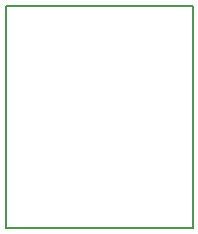
<source format=gbr>
G04 DipTrace 3.2.0.1*
G04 BoardOutline.gbr*
%MOMM*%
G04 #@! TF.FileFunction,Profile*
G04 #@! TF.Part,Single*
%ADD11C,0.14*%
%FSLAX35Y35*%
G04*
G71*
G90*
G75*
G01*
G04 BoardOutline*
%LPD*%
X158750Y3397250D2*
D11*
X1746250D1*
Y1524000D1*
X158750D1*
Y3397250D1*
M02*

</source>
